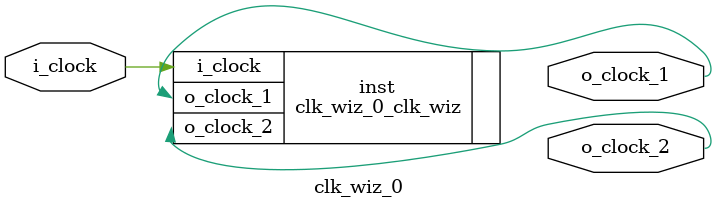
<source format=v>


`timescale 1ps/1ps

(* CORE_GENERATION_INFO = "clk_wiz_0,clk_wiz_v6_0_13_0_0,{component_name=clk_wiz_0,use_phase_alignment=true,use_min_o_jitter=false,use_max_i_jitter=false,use_dyn_phase_shift=false,use_inclk_switchover=false,use_dyn_reconfig=false,enable_axi=0,feedback_source=FDBK_AUTO,PRIMITIVE=PLL,num_out_clk=2,clkin1_period=10.000,clkin2_period=10.000,use_power_down=false,use_reset=false,use_locked=false,use_inclk_stopped=false,feedback_type=SINGLE,CLOCK_MGR_TYPE=NA,manual_override=false}" *)

module clk_wiz_0 
 (
  // Clock out ports
  output        o_clock_1,
  output        o_clock_2,
 // Clock in ports
  input         i_clock
 );

  clk_wiz_0_clk_wiz inst
  (
  // Clock out ports  
  .o_clock_1(o_clock_1),
  .o_clock_2(o_clock_2),
 // Clock in ports
  .i_clock(i_clock)
  );

endmodule

</source>
